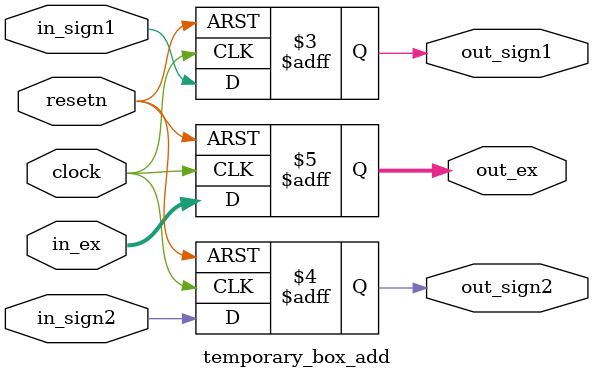
<source format=v>
module step2_adder_status(clock, resetn, in_sign_in1, in_sign_in2, in_current_ex, out_sign_in1, out_sign_in2, out_current_ex);
	input clock, resetn;
	
	input in_sign_in1, in_sign_in2;
	input [7:0] in_current_ex;
	
	output out_sign_in1, out_sign_in2;
	output [7:0] out_current_ex;

	parameter cycle = 8;
	
	wire temp_sign1[cycle:0];
	wire temp_sign2[cycle:0];
	wire [7:0] temp_ex[cycle:0];	
	
	assign temp_sign1[0] = in_sign_in1;
	assign temp_sign2[0] = in_sign_in2;
	assign temp_ex[0] = in_current_ex;
	
	genvar i;
	generate
		for(i=0; i<cycle ; i=i+1) begin: loop_buf_add
			temporary_box_add TBA1(.clock(clock), .resetn(resetn), .in_sign1(temp_sign1[i]), .in_sign2(temp_sign2[i]), .in_ex(temp_ex[i]), .out_sign1(temp_sign1[i+1]), .out_sign2(temp_sign2[i+1]), .out_ex(temp_ex[i+1]));
		end
	endgenerate
	
	assign out_sign_in1 = temp_sign1[cycle];
	assign out_sign_in2 = temp_sign2[cycle];
	assign out_current_ex = temp_ex[cycle];

endmodule 


////////////////////////////////////////////////////

module temporary_box_add(clock, resetn, in_sign1, in_sign2, in_ex, out_sign1, out_sign2, out_ex); //1 clock 동안 임시 저장
	input clock, resetn;
	
	input in_sign1, in_sign2;
	input [7:0] in_ex;
	
	output reg out_sign1, out_sign2;
	output reg [7:0] out_ex;
	
	always@(posedge clock, negedge resetn) begin
		if(!resetn) begin
			out_sign1 <= 0;
			out_sign2 <= 0;
			out_ex <= 0;
		end
		else begin	
			out_sign1 <= in_sign1;
			out_sign2 <= in_sign2;
			out_ex <= in_ex;
		end
	end

endmodule 

</source>
